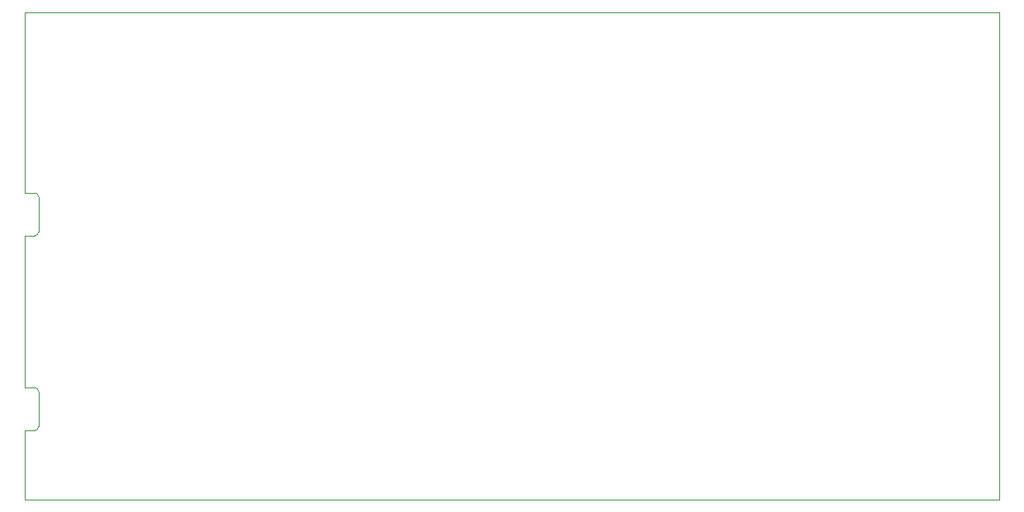
<source format=gbr>
%TF.GenerationSoftware,KiCad,Pcbnew,8.0.5*%
%TF.CreationDate,2024-10-10T20:13:41+01:00*%
%TF.ProjectId,NanoMIDIProtoShield,4e616e6f-4d49-4444-9950-726f746f5368,rev?*%
%TF.SameCoordinates,Original*%
%TF.FileFunction,Profile,NP*%
%FSLAX46Y46*%
G04 Gerber Fmt 4.6, Leading zero omitted, Abs format (unit mm)*
G04 Created by KiCad (PCBNEW 8.0.5) date 2024-10-10 20:13:41*
%MOMM*%
%LPD*%
G01*
G04 APERTURE LIST*
%TA.AperFunction,Profile*%
%ADD10C,0.050000*%
%TD*%
%TA.AperFunction,Profile*%
%ADD11C,0.120000*%
%TD*%
G04 APERTURE END LIST*
D10*
X150000000Y-100000000D02*
X150000000Y-50000000D01*
X150000000Y-50000000D02*
X50000000Y-50000000D01*
X50000000Y-100000000D02*
X150000000Y-100000000D01*
X50000000Y-97200000D02*
X50000400Y-99999220D01*
X50000000Y-50000000D02*
X50000000Y-64200000D01*
X50000000Y-77200000D02*
X50000000Y-84200000D01*
D11*
%TO.C,J5*%
X50000000Y-68500000D02*
X50000000Y-64200000D01*
X50000000Y-72900000D02*
X50000000Y-77200000D01*
X51000000Y-68500000D02*
X50000000Y-68500000D01*
X51000000Y-72900000D02*
X50000000Y-72900000D01*
X51400000Y-72500000D02*
X51400000Y-68900000D01*
X51000000Y-68500000D02*
G75*
G02*
X51400000Y-68900000I-2J-400002D01*
G01*
X51400000Y-72500000D02*
G75*
G02*
X51000000Y-72900000I-400000J0D01*
G01*
%TO.C,J4*%
X50000000Y-88500000D02*
X50000000Y-84200000D01*
X50000000Y-92900000D02*
X50000000Y-97200000D01*
X51000000Y-88500000D02*
X50000000Y-88500000D01*
X51000000Y-92900000D02*
X50000000Y-92900000D01*
X51400000Y-92500000D02*
X51400000Y-88900000D01*
X51000000Y-88500000D02*
G75*
G02*
X51400000Y-88900000I-2J-400002D01*
G01*
X51400000Y-92500000D02*
G75*
G02*
X51000000Y-92900000I-400000J0D01*
G01*
%TD*%
M02*

</source>
